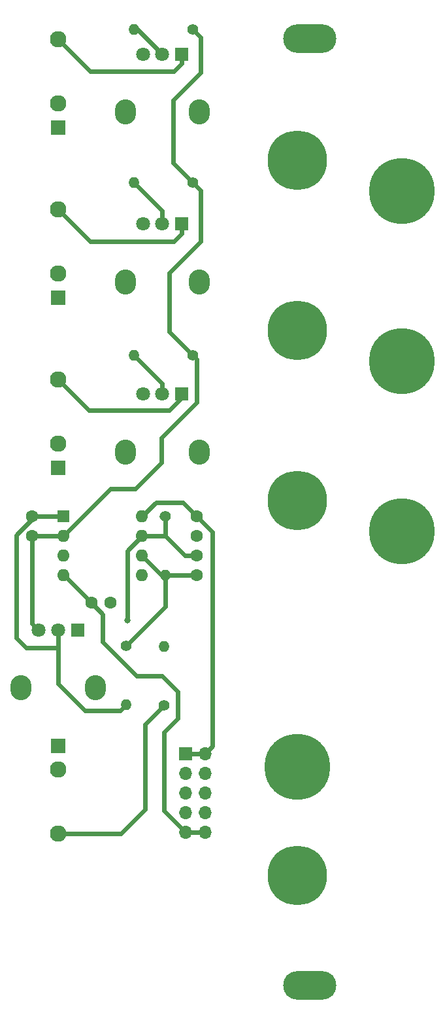
<source format=gbr>
G04 #@! TF.GenerationSoftware,KiCad,Pcbnew,(5.1.6-0-10_14)*
G04 #@! TF.CreationDate,2020-07-27T13:35:09+02:00*
G04 #@! TF.ProjectId,HelloWorld,48656c6c-6f57-46f7-926c-642e6b696361,rev?*
G04 #@! TF.SameCoordinates,Original*
G04 #@! TF.FileFunction,Copper,L1,Top*
G04 #@! TF.FilePolarity,Positive*
%FSLAX46Y46*%
G04 Gerber Fmt 4.6, Leading zero omitted, Abs format (unit mm)*
G04 Created by KiCad (PCBNEW (5.1.6-0-10_14)) date 2020-07-27 13:35:09*
%MOMM*%
%LPD*%
G01*
G04 APERTURE LIST*
G04 #@! TA.AperFunction,ComponentPad*
%ADD10C,8.500000*%
G04 #@! TD*
G04 #@! TA.AperFunction,ComponentPad*
%ADD11C,7.700000*%
G04 #@! TD*
G04 #@! TA.AperFunction,ComponentPad*
%ADD12O,6.900000X3.700000*%
G04 #@! TD*
G04 #@! TA.AperFunction,ComponentPad*
%ADD13O,1.600000X1.600000*%
G04 #@! TD*
G04 #@! TA.AperFunction,ComponentPad*
%ADD14R,1.600000X1.600000*%
G04 #@! TD*
G04 #@! TA.AperFunction,ComponentPad*
%ADD15C,1.600000*%
G04 #@! TD*
G04 #@! TA.AperFunction,ComponentPad*
%ADD16C,2.130000*%
G04 #@! TD*
G04 #@! TA.AperFunction,ComponentPad*
%ADD17R,1.930000X1.830000*%
G04 #@! TD*
G04 #@! TA.AperFunction,ComponentPad*
%ADD18O,1.700000X1.700000*%
G04 #@! TD*
G04 #@! TA.AperFunction,ComponentPad*
%ADD19R,1.700000X1.700000*%
G04 #@! TD*
G04 #@! TA.AperFunction,ComponentPad*
%ADD20O,1.400000X1.400000*%
G04 #@! TD*
G04 #@! TA.AperFunction,ComponentPad*
%ADD21C,1.400000*%
G04 #@! TD*
G04 #@! TA.AperFunction,ComponentPad*
%ADD22O,2.720000X3.240000*%
G04 #@! TD*
G04 #@! TA.AperFunction,ComponentPad*
%ADD23C,1.800000*%
G04 #@! TD*
G04 #@! TA.AperFunction,ComponentPad*
%ADD24R,1.800000X1.800000*%
G04 #@! TD*
G04 #@! TA.AperFunction,ViaPad*
%ADD25C,0.800000*%
G04 #@! TD*
G04 #@! TA.AperFunction,Conductor*
%ADD26C,0.600000*%
G04 #@! TD*
G04 APERTURE END LIST*
D10*
X107500000Y-117250000D03*
D11*
X107500000Y-131250000D03*
X107500000Y-82750000D03*
X107500000Y-60750000D03*
X107500000Y-38750000D03*
D10*
X121000000Y-86750000D03*
X121000000Y-64750000D03*
X121000000Y-42750000D03*
D12*
X109100000Y-23000000D03*
X109100000Y-145500000D03*
D13*
X87376000Y-84836000D03*
X77216000Y-92456000D03*
X87376000Y-87376000D03*
X77216000Y-89916000D03*
X87376000Y-89916000D03*
X77216000Y-87376000D03*
X87376000Y-92456000D03*
D14*
X77216000Y-84836000D03*
D15*
X94488000Y-87336000D03*
X94488000Y-84836000D03*
X80812000Y-96012000D03*
X83312000Y-96012000D03*
X73152000Y-87336000D03*
X73152000Y-84836000D03*
X94488000Y-92416000D03*
X94488000Y-89916000D03*
D16*
X76500000Y-23100000D03*
D17*
X76500000Y-34500000D03*
D16*
X76500000Y-31400000D03*
X76500000Y-45100000D03*
D17*
X76500000Y-56500000D03*
D16*
X76500000Y-53400000D03*
X76500000Y-67100000D03*
D17*
X76500000Y-78500000D03*
D16*
X76500000Y-75400000D03*
D18*
X95540000Y-125660000D03*
X93000000Y-125660000D03*
X95540000Y-123120000D03*
X93000000Y-123120000D03*
X95540000Y-120580000D03*
X93000000Y-120580000D03*
X95540000Y-118040000D03*
X93000000Y-118040000D03*
X95540000Y-115500000D03*
D19*
X93000000Y-115500000D03*
D16*
X76500000Y-125900000D03*
D17*
X76500000Y-114500000D03*
D16*
X76500000Y-117600000D03*
D20*
X86360000Y-21844000D03*
D21*
X93980000Y-21844000D03*
D20*
X86360000Y-41656000D03*
D21*
X93980000Y-41656000D03*
D20*
X86360000Y-64008000D03*
D21*
X93980000Y-64008000D03*
D20*
X85344000Y-109220000D03*
D21*
X85344000Y-101600000D03*
D20*
X90424000Y-92456000D03*
D21*
X90424000Y-84836000D03*
D20*
X90250000Y-101630000D03*
D21*
X90250000Y-109250000D03*
D22*
X94800000Y-32500000D03*
X85200000Y-32500000D03*
D23*
X87500000Y-25000000D03*
X90000000Y-25000000D03*
D24*
X92500000Y-25000000D03*
D22*
X94800000Y-54500000D03*
X85200000Y-54500000D03*
D23*
X87500000Y-47000000D03*
X90000000Y-47000000D03*
D24*
X92500000Y-47000000D03*
D22*
X94800000Y-76500000D03*
X85200000Y-76500000D03*
D23*
X87500000Y-69000000D03*
X90000000Y-69000000D03*
D24*
X92500000Y-69000000D03*
D22*
X81300000Y-107000000D03*
X71700000Y-107000000D03*
D23*
X74000000Y-99500000D03*
X76500000Y-99500000D03*
D24*
X79000000Y-99500000D03*
D25*
X85500000Y-98250000D03*
D26*
X95540000Y-115500000D02*
X93000000Y-115500000D01*
X95613001Y-85961001D02*
X94488000Y-84836000D01*
X95540000Y-115500000D02*
X95613001Y-115426999D01*
X96500000Y-86848000D02*
X95613001Y-85961001D01*
X96500000Y-114540000D02*
X96500000Y-86848000D01*
X95613001Y-115426999D02*
X96500000Y-114540000D01*
X89212000Y-83000000D02*
X87376000Y-84836000D01*
X92652000Y-83000000D02*
X89212000Y-83000000D01*
X94488000Y-84836000D02*
X92652000Y-83000000D01*
X77176000Y-92416000D02*
X77216000Y-92456000D01*
X95540000Y-125660000D02*
X93000000Y-125660000D01*
X77256000Y-92456000D02*
X77216000Y-92456000D01*
X80812000Y-96012000D02*
X77256000Y-92456000D01*
X93000000Y-125660000D02*
X91824999Y-124484999D01*
X82296000Y-97496000D02*
X80812000Y-96012000D01*
X82296000Y-101092000D02*
X82296000Y-97496000D01*
X86704000Y-105500000D02*
X82296000Y-101092000D01*
X90000000Y-105500000D02*
X86704000Y-105500000D01*
X92000000Y-107500000D02*
X90000000Y-105500000D01*
X92000000Y-107500000D02*
X92000000Y-111000000D01*
X92000000Y-111000000D02*
X90250000Y-112750000D01*
X90250000Y-122910000D02*
X91824999Y-124484999D01*
X90250000Y-112750000D02*
X90250000Y-122910000D01*
X77216000Y-84836000D02*
X72644000Y-84836000D01*
X72344000Y-101808000D02*
X76500000Y-101808000D01*
X73478998Y-84836000D02*
X71068989Y-87246009D01*
X77216000Y-84836000D02*
X73478998Y-84836000D01*
X71068989Y-87246009D02*
X71068989Y-100532989D01*
X71068989Y-100532989D02*
X72344000Y-101808000D01*
X76500000Y-99500000D02*
X76500000Y-101808000D01*
X76500000Y-106472000D02*
X80010000Y-109982000D01*
X76500000Y-101808000D02*
X76500000Y-106472000D01*
X84582000Y-109982000D02*
X85344000Y-109220000D01*
X80010000Y-109982000D02*
X84582000Y-109982000D01*
X77176000Y-87336000D02*
X77216000Y-87376000D01*
X72644000Y-87336000D02*
X77176000Y-87336000D01*
X93725001Y-64262999D02*
X93980000Y-64008000D01*
X94996000Y-42672000D02*
X93980000Y-41656000D01*
X90932000Y-53340000D02*
X94996000Y-49276000D01*
X94996000Y-49276000D02*
X94996000Y-42672000D01*
X90932000Y-60960000D02*
X90932000Y-53340000D01*
X93980000Y-64008000D02*
X90932000Y-60960000D01*
X94996000Y-27432000D02*
X94996000Y-22860000D01*
X91440000Y-39116000D02*
X91440000Y-30988000D01*
X94996000Y-22860000D02*
X93980000Y-21844000D01*
X91440000Y-30988000D02*
X94996000Y-27432000D01*
X93980000Y-41656000D02*
X91440000Y-39116000D01*
X73152000Y-98652000D02*
X74000000Y-99500000D01*
X73152000Y-87336000D02*
X73152000Y-98652000D01*
X83312000Y-81280000D02*
X77216000Y-87376000D01*
X89916000Y-77834000D02*
X86470000Y-81280000D01*
X93980000Y-64008000D02*
X94488000Y-64516000D01*
X89916000Y-74676000D02*
X89916000Y-77834000D01*
X94488000Y-70104000D02*
X89916000Y-74676000D01*
X86470000Y-81280000D02*
X83312000Y-81280000D01*
X94488000Y-64516000D02*
X94488000Y-70104000D01*
X89916000Y-92456000D02*
X90424000Y-92456000D01*
X87376000Y-89916000D02*
X89916000Y-92456000D01*
X94448000Y-92456000D02*
X94488000Y-92416000D01*
X90424000Y-92456000D02*
X94448000Y-92456000D01*
X90424000Y-96520000D02*
X85344000Y-101600000D01*
X90424000Y-92456000D02*
X90424000Y-96520000D01*
X89916000Y-84836000D02*
X90424000Y-84836000D01*
X94488000Y-89916000D02*
X92964000Y-89916000D01*
X90424000Y-87376000D02*
X87376000Y-87376000D01*
X92964000Y-89916000D02*
X90424000Y-87376000D01*
X90424000Y-84836000D02*
X90424000Y-87376000D01*
X87376000Y-87376000D02*
X85500000Y-89252000D01*
X85500000Y-89252000D02*
X85500000Y-98250000D01*
X79625001Y-26225001D02*
X76500000Y-23100000D01*
X91500000Y-27250000D02*
X80650000Y-27250000D01*
X92500000Y-26250000D02*
X91500000Y-27250000D01*
X80650000Y-27250000D02*
X79625001Y-26225001D01*
X92500000Y-25000000D02*
X92500000Y-26250000D01*
X92500000Y-47000000D02*
X92500000Y-46780000D01*
X79625001Y-48225001D02*
X76500000Y-45100000D01*
X80676000Y-49276000D02*
X79625001Y-48225001D01*
X91474000Y-49276000D02*
X80676000Y-49276000D01*
X92500000Y-48250000D02*
X91474000Y-49276000D01*
X92500000Y-47000000D02*
X92500000Y-48250000D01*
X92500000Y-69522000D02*
X90902000Y-71120000D01*
X80520000Y-71120000D02*
X76500000Y-67100000D01*
X90902000Y-71120000D02*
X80520000Y-71120000D01*
X92500000Y-69000000D02*
X92500000Y-69522000D01*
X76500000Y-125900000D02*
X84600000Y-125900000D01*
X84600000Y-125900000D02*
X87750000Y-122750000D01*
X87750000Y-111750000D02*
X90250000Y-109250000D01*
X87750000Y-122750000D02*
X87750000Y-111750000D01*
X86844000Y-21844000D02*
X86360000Y-21844000D01*
X90000000Y-25000000D02*
X86844000Y-21844000D01*
X90000000Y-45296000D02*
X86360000Y-41656000D01*
X90000000Y-47000000D02*
X90000000Y-45296000D01*
X90000000Y-67648000D02*
X86360000Y-64008000D01*
X90000000Y-69000000D02*
X90000000Y-67648000D01*
X79000000Y-99500000D02*
X79180000Y-99500000D01*
M02*

</source>
